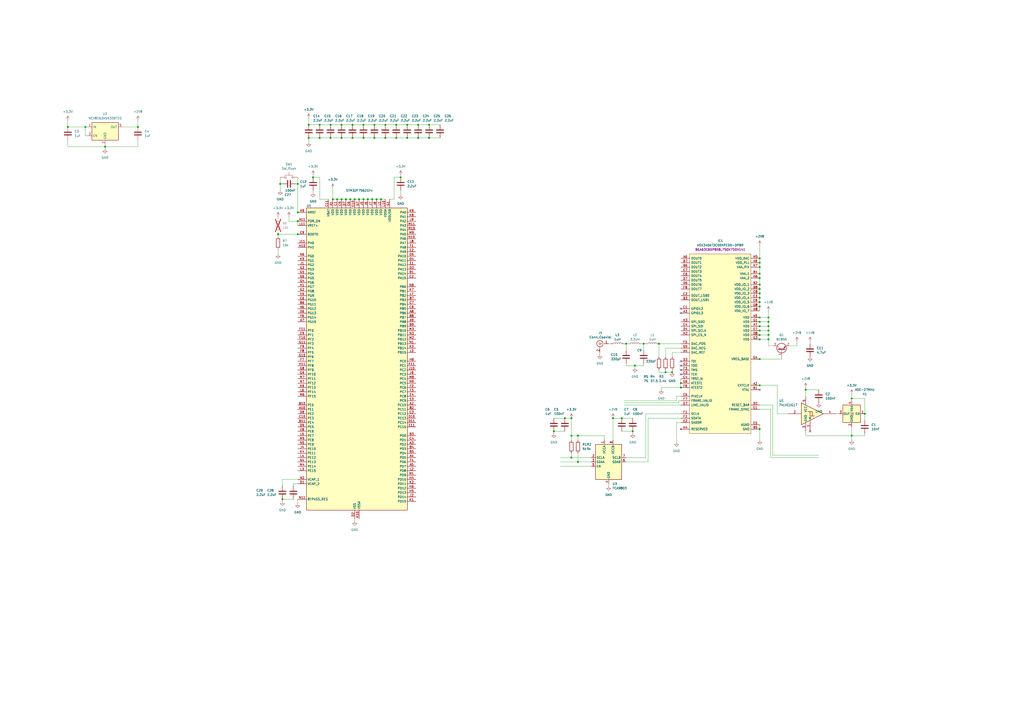
<source format=kicad_sch>
(kicad_sch (version 20230121) (generator eeschema)
  (paper "A2")
  (title_block (company "TRIFLE"))
  (lib_symbols
    (symbol "74xGxx:74LVC1G17"
      (property "Reference" "U" (at 2.54 7.62 0))
      (property "Value" "74LVC1G17" (at 5.08 -7.62 0))
      (symbol "74LVC1G17_1_1"
        (pin free line (at -2.54 -10.16 90) (length 6.35) (name "NC") (number "1"))
        (pin input line (at -15.24 0 0) (length 7.62) (name "~") (number "2"))
        (pin power_in line (at -5.08 -10.16 90) (length 5.08) (name "GND") (number "3"))
        (pin output line (at 12.7 0 180) (length 7.62) (name "~") (number "4"))
        (pin power_in line (at -5.08 10.16 270) (length 5.08) (name "VCC") (number "5"))
      )
    )
    (symbol "Connector:Conn_Coaxial" (pin_names (offset 1.016) hide)
      (property "Reference" "J" (at 0.254 3.048 0))
      (property "Value" "Conn_Coaxial" (at 2.921 0 90))
      (symbol "Conn_Coaxial_1_1"
        (pin passive line (at -5.08 0 0) (length 2.54) (name "In") (number "1"))
        (pin passive line (at 0 -5.08 90) (length 2.54) (name "Ext") (number "2"))
      )
    )
    (symbol "Device:C" (pin_numbers hide) (pin_names (offset 0.254))
      (property "Reference" "C" (at 0.635 2.54 0))
      (property "Value" "C" (at 0.635 -2.54 0))
      (symbol "C_1_1"
        (pin passive line (at 0 3.81 270) (length 2.794) (name "~") (number "1"))
        (pin passive line (at 0 -3.81 90) (length 2.794) (name "~") (number "2"))
      )
    )
    (symbol "Device:L" (pin_numbers hide) (pin_names (offset 1.016) hide)
      (property "Reference" "L" (at -1.27 0 90))
      (property "Value" "L" (at 1.905 0 90))
      (symbol "L_1_1"
        (pin passive line (at 0 3.81 270) (length 1.27) (name "1") (number "1"))
        (pin passive line (at 0 -3.81 90) (length 1.27) (name "2") (number "2"))
      )
    )
    (symbol "Device:R" (pin_numbers hide) (pin_names (offset 0))
      (property "Reference" "R" (at 2.032 0 90))
      (property "Value" "R" (at 0 0 90))
      (symbol "R_1_1"
        (pin passive line (at 0 3.81 270) (length 1.27) (name "~") (number "1"))
        (pin passive line (at 0 -3.81 90) (length 1.27) (name "~") (number "2"))
      )
    )
    (symbol "Interface:TCA9803"
      (property "Reference" "U" (at -7.62 11.43 0))
      (property "Value" "TCA9803" (at 5.08 11.43 0))
      (symbol "TCA9803_1_1"
        (pin power_in line (at -2.54 12.7 270) (length 2.54) (name "VCCA") (number "1"))
        (pin bidirectional line (at -10.16 2.54 0) (length 2.54) (name "SCLA") (number "2"))
        (pin bidirectional line (at -10.16 0 0) (length 2.54) (name "SDAA") (number "3"))
        (pin power_in line (at 0 -12.7 90) (length 2.54) (name "GND") (number "4"))
        (pin input line (at -10.16 -2.54 0) (length 2.54) (name "EN") (number "5"))
        (pin bidirectional line (at 10.16 0 180) (length 2.54) (name "SDAB") (number "6"))
        (pin bidirectional line (at 10.16 2.54 180) (length 2.54) (name "SCLB") (number "7"))
        (pin power_in line (at 2.54 12.7 270) (length 2.54) (name "VCCB") (number "8"))
      )
    )
    (symbol "MCU_ST_STM32F7:STM32F756ZGYx"
      (property "Reference" "U" (at -27.94 90.17 0))
      (property "Value" "STM32F756ZGYx" (at 22.86 90.17 0))
      (symbol "STM32F756ZGYx_1_1"
        (pin power_in line (at -12.7 93.98 270) (length 5.08) (name "VDD") (number "A1"))
        (pin bidirectional line (at -33.02 -27.94 0) (length 5.08) (name "PE1") (number "A10"))
        (pin input line (at -33.02 81.28 0) (length 5.08) (name "PDR_ON") (number "A11"))
        (pin bidirectional line (at 35.56 -25.4 180) (length 5.08) (name "PC10") (number "A2"))
        (pin bidirectional line (at 35.56 -48.26 180) (length 5.08) (name "PD2") (number "A3"))
        (pin bidirectional line (at 35.56 -55.88 180) (length 5.08) (name "PD5") (number "A4"))
        (pin bidirectional line (at 35.56 -60.96 180) (length 5.08) (name "PD7") (number "A5"))
        (pin bidirectional line (at -33.02 30.48 0) (length 5.08) (name "PG12") (number "A6"))
        (pin bidirectional line (at -33.02 22.86 0) (length 5.08) (name "PG15") (number "A7"))
        (pin bidirectional line (at 35.56 27.94 180) (length 5.08) (name "PB6") (number "A8"))
        (pin bidirectional line (at 35.56 22.86 180) (length 5.08) (name "PB8") (number "A9"))
        (pin bidirectional line (at 35.56 50.8 180) (length 5.08) (name "PA14") (number "B1"))
        (pin bidirectional line (at -33.02 -25.4 0) (length 5.08) (name "PE0") (number "B10"))
        (pin bidirectional line (at -33.02 -35.56 0) (length 5.08) (name "PE4") (number "B11"))
        (pin bidirectional line (at 35.56 -27.94 180) (length 5.08) (name "PC11") (number "B2"))
        (pin bidirectional line (at 35.56 -43.18 180) (length 5.08) (name "PD0") (number "B3"))
        (pin bidirectional line (at 35.56 -50.8 180) (length 5.08) (name "PD3") (number "B4"))
        (pin bidirectional line (at 35.56 -53.34 180) (length 5.08) (name "PD4") (number "B5"))
        (pin bidirectional line (at -33.02 33.02 0) (length 5.08) (name "PG11") (number "B6"))
        (pin bidirectional line (at 35.56 35.56 180) (length 5.08) (name "PB3") (number "B7"))
        (pin bidirectional line (at 35.56 25.4 180) (length 5.08) (name "PB7") (number "B8"))
        (pin bidirectional line (at 35.56 20.32 180) (length 5.08) (name "PB9") (number "B9"))
        (pin power_in line (at -10.16 93.98 270) (length 5.08) (name "VDD") (number "C1"))
        (pin bidirectional line (at -33.02 -33.02 0) (length 5.08) (name "PE3") (number "C10"))
        (pin power_in line (at -15.24 93.98 270) (length 5.08) (name "VBAT") (number "C11"))
        (pin bidirectional line (at 35.56 48.26 180) (length 5.08) (name "PA15") (number "C2"))
        (pin bidirectional line (at 35.56 -30.48 180) (length 5.08) (name "PC12") (number "C3"))
        (pin bidirectional line (at 35.56 -45.72 180) (length 5.08) (name "PD1") (number "C4"))
        (pin power_in line (at -7.62 93.98 270) (length 5.08) (name "VDD") (number "C5"))
        (pin bidirectional line (at -33.02 35.56 0) (length 5.08) (name "PG10") (number "C6"))
        (pin bidirectional line (at 35.56 33.02 180) (length 5.08) (name "PB4") (number "C7"))
        (pin bidirectional line (at 35.56 30.48 180) (length 5.08) (name "PB5") (number "C8"))
        (pin input line (at -33.02 73.66 0) (length 5.08) (name "BOOT0") (number "C9"))
        (pin power_out line (at -33.02 -71.12 0) (length 5.08) (name "VCAP_2") (number "D1"))
        (pin bidirectional line (at 35.56 -33.02 180) (length 5.08) (name "PC13") (number "D10"))
        (pin bidirectional line (at 35.56 -35.56 180) (length 5.08) (name "PC14") (number "D11"))
        (pin power_in line (at 0 -91.44 90) (length 5.08) (name "VSS") (number "D2"))
        (pin bidirectional line (at 35.56 53.34 180) (length 5.08) (name "PA13") (number "D3"))
        (pin bidirectional line (at 35.56 58.42 180) (length 5.08) (name "PA11") (number "D4"))
        (pin bidirectional line (at 35.56 60.96 180) (length 5.08) (name "PA10") (number "D5"))
        (pin bidirectional line (at -33.02 27.94 0) (length 5.08) (name "PG13") (number "D6"))
        (pin power_in line (at -5.08 93.98 270) (length 5.08) (name "VDD") (number "D7"))
        (pin bidirectional line (at -33.02 -30.48 0) (length 5.08) (name "PE2") (number "D8"))
        (pin bidirectional line (at -33.02 -38.1 0) (length 5.08) (name "PE5") (number "D9"))
        (pin bidirectional line (at 35.56 55.88 180) (length 5.08) (name "PA12") (number "E1"))
        (pin power_in line (at 0 93.98 270) (length 5.08) (name "VDD") (number "E10"))
        (pin bidirectional line (at 35.56 -38.1 180) (length 5.08) (name "PC15") (number "E11"))
        (pin bidirectional line (at 35.56 63.5 180) (length 5.08) (name "PA9") (number "E2"))
        (pin bidirectional line (at 35.56 -22.86 180) (length 5.08) (name "PC9") (number "E3"))
        (pin bidirectional line (at 35.56 -20.32 180) (length 5.08) (name "PC8") (number "E4"))
        (pin bidirectional line (at -33.02 38.1 0) (length 5.08) (name "PG9") (number "E5"))
        (pin power_in line (at -2.54 93.98 270) (length 5.08) (name "VDD") (number "E6"))
        (pin passive line (at 0 -91.44 90) (length 5.08) hide (name "VSS") (number "E7"))
        (pin bidirectional line (at -33.02 -40.64 0) (length 5.08) (name "PE6") (number "E8"))
        (pin bidirectional line (at -33.02 15.24 0) (length 5.08) (name "PF1") (number "E9"))
        (pin bidirectional line (at 35.56 66.04 180) (length 5.08) (name "PA8") (number "F1"))
        (pin bidirectional line (at -33.02 12.7 0) (length 5.08) (name "PF2") (number "F10"))
        (pin bidirectional line (at -33.02 17.78 0) (length 5.08) (name "PF0") (number "F11"))
        (pin bidirectional line (at 35.56 -15.24 180) (length 5.08) (name "PC6") (number "F2"))
        (pin bidirectional line (at 35.56 -17.78 180) (length 5.08) (name "PC7") (number "F3"))
        (pin bidirectional line (at 35.56 -58.42 180) (length 5.08) (name "PD6") (number "F4"))
        (pin passive line (at 0 -91.44 90) (length 5.08) hide (name "VSS") (number "F5"))
        (pin bidirectional line (at -33.02 25.4 0) (length 5.08) (name "PG14") (number "F6"))
        (pin bidirectional line (at -33.02 0 0) (length 5.08) (name "PF7") (number "F7"))
        (pin bidirectional line (at -33.02 5.08 0) (length 5.08) (name "PF5") (number "F8"))
        (pin bidirectional line (at -33.02 7.62 0) (length 5.08) (name "PF4") (number "F9"))
        (pin power_in line (at 20.32 93.98 270) (length 5.08) (name "VDDUSB") (number "G1"))
        (pin bidirectional line (at -33.02 2.54 0) (length 5.08) (name "PF6") (number "G10"))
        (pin bidirectional line (at -33.02 10.16 0) (length 5.08) (name "PF3") (number "G11"))
        (pin bidirectional line (at -33.02 40.64 0) (length 5.08) (name "PG8") (number "G2"))
        (pin bidirectional line (at -33.02 53.34 0) (length 5.08) (name "PG3") (number "G3"))
        (pin bidirectional line (at -33.02 45.72 0) (length 5.08) (name "PG6") (number "G4"))
        (pin bidirectional line (at -33.02 50.8 0) (length 5.08) (name "PG4") (number "G5"))
        (pin bidirectional line (at -33.02 48.26 0) (length 5.08) (name "PG5") (number "G6"))
        (pin power_in line (at 2.54 93.98 270) (length 5.08) (name "VDD") (number "G7"))
        (pin bidirectional line (at -33.02 -5.08 0) (length 5.08) (name "PF9") (number "G8"))
        (pin bidirectional line (at -33.02 -7.62 0) (length 5.08) (name "PF10") (number "G9"))
        (pin bidirectional line (at -33.02 43.18 0) (length 5.08) (name "PG7") (number "H1"))
        (pin bidirectional line (at -33.02 66.04 0) (length 5.08) (name "PH1") (number "H10"))
        (pin bidirectional line (at -33.02 -2.54 0) (length 5.08) (name "PF8") (number "H11"))
        (pin passive line (at 0 -91.44 90) (length 5.08) hide (name "VSS") (number "H2"))
        (pin passive line (at 0 -91.44 90) (length 5.08) hide (name "VSS") (number "H3"))
        (pin bidirectional line (at 35.56 -68.58 180) (length 5.08) (name "PD10") (number "H4"))
        (pin bidirectional line (at 35.56 -76.2 180) (length 5.08) (name "PD13") (number "H5"))
        (pin bidirectional line (at 35.56 -73.66 180) (length 5.08) (name "PD12") (number "H6"))
        (pin passive line (at 0 -91.44 90) (length 5.08) hide (name "VSS") (number "H7"))
        (pin bidirectional line (at 35.56 0 180) (length 5.08) (name "PC0") (number "H8"))
        (pin input line (at -33.02 86.36 0) (length 5.08) (name "NRST") (number "H9"))
        (pin bidirectional line (at -33.02 55.88 0) (length 5.08) (name "PG2") (number "J1"))
        (pin bidirectional line (at 35.56 -5.08 180) (length 5.08) (name "PC2") (number "J10"))
        (pin bidirectional line (at -33.02 68.58 0) (length 5.08) (name "PH0") (number "J11"))
        (pin bidirectional line (at 35.56 -78.74 180) (length 5.08) (name "PD14") (number "J2"))
        (pin bidirectional line (at 35.56 5.08 180) (length 5.08) (name "PB15") (number "J3"))
        (pin bidirectional line (at -33.02 -50.8 0) (length 5.08) (name "PE10") (number "J4"))
        (pin power_in line (at 5.08 93.98 270) (length 5.08) (name "VDD") (number "J5"))
        (pin power_in line (at 7.62 93.98 270) (length 5.08) (name "VDD") (number "J6"))
        (pin power_in line (at 10.16 93.98 270) (length 5.08) (name "VDD") (number "J7"))
        (pin power_in line (at 12.7 93.98 270) (length 5.08) (name "VDD") (number "J8"))
        (pin bidirectional line (at 35.56 -7.62 180) (length 5.08) (name "PC3") (number "J9"))
        (pin bidirectional line (at 35.56 -81.28 180) (length 5.08) (name "PD15") (number "K1"))
        (pin power_in line (at 2.54 -91.44 90) (length 5.08) (name "VSSA") (number "K10"))
        (pin bidirectional line (at 35.56 -2.54 180) (length 5.08) (name "PC1") (number "K11"))
        (pin bidirectional line (at 35.56 -71.12 180) (length 5.08) (name "PD11") (number "K2"))
        (pin bidirectional line (at 35.56 7.62 180) (length 5.08) (name "PB14") (number "K3"))
        (pin bidirectional line (at -33.02 -53.34 0) (length 5.08) (name "PE11") (number "K4"))
        (pin bidirectional line (at -33.02 58.42 0) (length 5.08) (name "PG1") (number "K5"))
        (pin bidirectional line (at -33.02 -15.24 0) (length 5.08) (name "PF13") (number "K6"))
        (pin bidirectional line (at 35.56 40.64 180) (length 5.08) (name "PB1") (number "K7"))
        (pin bidirectional line (at 35.56 83.82 180) (length 5.08) (name "PA1") (number "K8"))
        (pin bidirectional line (at 35.56 86.36 180) (length 5.08) (name "PA0") (number "K9"))
        (pin power_in line (at 15.24 93.98 270) (length 5.08) (name "VDD") (number "L1"))
        (pin power_in line (at 17.78 93.98 270) (length 5.08) (name "VDDA") (number "L10"))
        (pin input line (at -33.02 78.74 0) (length 5.08) (name "VREF+") (number "L11"))
        (pin bidirectional line (at 35.56 -63.5 180) (length 5.08) (name "PD8") (number "L2"))
        (pin bidirectional line (at -33.02 -63.5 0) (length 5.08) (name "PE15") (number "L3"))
        (pin bidirectional line (at -33.02 -55.88 0) (length 5.08) (name "PE12") (number "L4"))
        (pin bidirectional line (at -33.02 -43.18 0) (length 5.08) (name "PE7") (number "L5"))
        (pin bidirectional line (at -33.02 -17.78 0) (length 5.08) (name "PF14") (number "L6"))
        (pin bidirectional line (at 35.56 38.1 180) (length 5.08) (name "PB2") (number "L7"))
        (pin bidirectional line (at 35.56 68.58 180) (length 5.08) (name "PA7") (number "L8"))
        (pin bidirectional line (at 35.56 81.28 180) (length 5.08) (name "PA2") (number "L9"))
        (pin bidirectional line (at 35.56 -66.04 180) (length 5.08) (name "PD9") (number "M1"))
        (pin bidirectional line (at 35.56 76.2 180) (length 5.08) (name "PA4") (number "M10"))
        (pin bidirectional line (at 35.56 78.74 180) (length 5.08) (name "PA3") (number "M11"))
        (pin bidirectional line (at 35.56 12.7 180) (length 5.08) (name "PB12") (number "M2"))
        (pin bidirectional line (at 35.56 17.78 180) (length 5.08) (name "PB10") (number "M3"))
        (pin bidirectional line (at -33.02 -60.96 0) (length 5.08) (name "PE14") (number "M4"))
        (pin bidirectional line (at -33.02 -45.72 0) (length 5.08) (name "PE8") (number "M5"))
        (pin bidirectional line (at -33.02 -20.32 0) (length 5.08) (name "PF15") (number "M6"))
        (pin bidirectional line (at -33.02 -10.16 0) (length 5.08) (name "PF11") (number "M7"))
        (pin bidirectional line (at 35.56 -10.16 180) (length 5.08) (name "PC4") (number "M8"))
        (pin bidirectional line (at 35.56 73.66 180) (length 5.08) (name "PA5") (number "M9"))
        (pin bidirectional line (at 35.56 10.16 180) (length 5.08) (name "PB13") (number "N1"))
        (pin bidirectional line (at 35.56 71.12 180) (length 5.08) (name "PA6") (number "N10"))
        (pin input line (at -33.02 -80.01 0) (length 5.08) (name "BYPASS_REG") (number "N11"))
        (pin power_out line (at -33.02 -68.58 0) (length 5.08) (name "VCAP_1") (number "N2"))
        (pin bidirectional line (at 35.56 15.24 180) (length 5.08) (name "PB11") (number "N3"))
        (pin bidirectional line (at -33.02 -58.42 0) (length 5.08) (name "PE13") (number "N4"))
        (pin bidirectional line (at -33.02 -48.26 0) (length 5.08) (name "PE9") (number "N5"))
        (pin bidirectional line (at -33.02 60.96 0) (length 5.08) (name "PG0") (number "N6"))
        (pin bidirectional line (at -33.02 -12.7 0) (length 5.08) (name "PF12") (number "N7"))
        (pin bidirectional line (at 35.56 43.18 180) (length 5.08) (name "PB0") (number "N8"))
        (pin bidirectional line (at 35.56 -12.7 180) (length 5.08) (name "PC5") (number "N9"))
      )
    )
    (symbol "Oscillator:ASE-xxxMHz" (pin_names (offset 0.254))
      (property "Reference" "X" (at -5.08 6.35 0))
      (property "Value" "ASE-xxxMHz" (at 1.27 -6.35 0))
      (symbol "ASE-xxxMHz_1_1"
        (pin input line (at -7.62 0 0) (length 2.54) (name "EN") (number "1"))
        (pin power_in line (at 0 -7.62 90) (length 2.54) (name "GND") (number "2"))
        (pin output line (at 7.62 0 180) (length 2.54) (name "OUT") (number "3"))
        (pin power_in line (at 0 7.62 270) (length 2.54) (name "Vdd") (number "4"))
      )
    )
    (symbol "Regulator_Linear:NCV8163ASN330T1G"
      (property "Reference" "U" (at 0 8.89 0))
      (property "Value" "NCV8163ASN330T1G" (at 0 6.35 0))
      (symbol "NCV8163ASN330T1G_1_1"
        (pin power_in line (at -10.16 2.54 0) (length 2.54) (name "IN") (number "1"))
        (pin power_in line (at 0 -7.62 90) (length 2.54) (name "GND") (number "2"))
        (pin input line (at -10.16 -2.54 0) (length 2.54) (name "EN") (number "3"))
        (pin no_connect line (at 7.62 -2.54 180) (length 2.54) hide (name "NC") (number "4"))
        (pin power_out line (at 10.16 2.54 180) (length 2.54) (name "OUT") (number "5"))
      )
    )
    (symbol "Sensor_Image:ASX340AT3C00XPED0-DPBR" (pin_names (offset 0.762))
      (property "Reference" "IC" (at 5.08 40.64 0))
      (property "Value" "ASX340AT3C00XPED0-DPBR" (at 5.08 38.1 0))
      (property "Footprint" "BGA63C65P8X8_750X750X141" (at 5.08 35.56 0))
      (symbol "ASX340AT3C00XPED0-DPBR_0_0"
        (pin passive line (at 45.72 -73.66 180) (length 5.08) (name "EXTCLK") (number "A2"))
        (pin passive line (at 0 -31.75 0) (length 5.08) (name "GPIO13") (number "A3"))
        (pin passive line (at 0 -54.61 0) (length 5.08) (name "DAC_REF") (number "A4"))
        (pin passive line (at 0 0 0) (length 5.08) (name "DOUT0") (number "A6"))
        (pin passive line (at 45.72 -2.54 180) (length 5.08) (name "VDD_PLL") (number "A8"))
        (pin passive line (at 45.72 -76.2 180) (length 5.08) (name "XTAL") (number "B1"))
        (pin passive line (at 0 -24.13 0) (length 5.08) (name "DOUT_LSB1") (number "B3"))
        (pin passive line (at 45.72 -8.89 180) (length 5.08) (name "VAA_1") (number "B4"))
        (pin passive line (at 0 -5.08 0) (length 5.08) (name "DOUT2") (number "B6"))
        (pin passive line (at 0 -2.54 0) (length 5.08) (name "DOUT1") (number "B7"))
        (pin passive line (at 0 -29.21 0) (length 5.08) (name "GPIO12") (number "C1"))
        (pin passive line (at 0 -21.59 0) (length 5.08) (name "DOUT_LSB0") (number "C2"))
        (pin passive line (at 0 -67.31 0) (length 5.08) (name "TCK") (number "C3"))
        (pin passive line (at 0 -69.85 0) (length 5.08) (name "TRST_N") (number "C4"))
        (pin passive line (at 0 -10.16 0) (length 5.08) (name "DOUT4") (number "C6"))
        (pin passive line (at 0 -7.62 0) (length 5.08) (name "DOUT3") (number "C7"))
        (pin passive line (at 45.72 -85.09 180) (length 5.08) (name "RESET_BAR") (number "D2"))
        (pin passive line (at 0 -59.69 0) (length 5.08) (name "TDI") (number "D3"))
        (pin passive line (at 0 -41.91 0) (length 5.08) (name "SPI_SCLK") (number "D4"))
        (pin passive line (at 0 -15.24 0) (length 5.08) (name "DOUT6") (number "D6"))
        (pin passive line (at 0 -12.7 0) (length 5.08) (name "DOUT5") (number "D7"))
        (pin passive line (at 45.72 -87.63 180) (length 5.08) (name "FRAME_SYNC") (number "E1"))
        (pin passive line (at 0 -95.25 0) (length 5.08) (name "SADDR") (number "E2"))
        (pin passive line (at 0 -39.37 0) (length 5.08) (name "SPI_SDI") (number "E4"))
        (pin passive line (at 0 -80.01 0) (length 5.08) (name "PIXCLK") (number "E6"))
        (pin passive line (at 0 -90.17 0) (length 5.08) (name "SCLK") (number "F1"))
        (pin passive line (at 0 -92.71 0) (length 5.08) (name "SDATA") (number "F2"))
        (pin passive line (at 0 -64.77 0) (length 5.08) (name "TMS") (number "F3"))
        (pin passive line (at 0 -49.53 0) (length 5.08) (name "DAC_POS") (number "F5"))
        (pin passive line (at 0 -74.93 0) (length 5.08) (name "ATEST2") (number "F6"))
        (pin passive line (at 0 -82.55 0) (length 5.08) (name "FRAME_VALID") (number "F7"))
        (pin passive line (at 0 -17.78 0) (length 5.08) (name "DOUT7") (number "F8"))
        (pin passive line (at 0 -62.23 0) (length 5.08) (name "TDO") (number "G2"))
        (pin passive line (at 45.72 -58.42 180) (length 5.08) (name "VREG_BASE") (number "G4"))
        (pin passive line (at 0 -52.07 0) (length 5.08) (name "DAC_NEG") (number "G5"))
        (pin passive line (at 0 -72.39 0) (length 5.08) (name "ATEST1") (number "G6"))
        (pin passive line (at 0 -85.09 0) (length 5.08) (name "LINE_VALID") (number "G7"))
        (pin passive line (at 0 -44.45 0) (length 5.08) (name "SPI_CS_N") (number "H2"))
        (pin passive line (at 0 -36.83 0) (length 5.08) (name "SPI_SDO") (number "H3"))
        (pin passive line (at 45.72 0 180) (length 5.08) (name "VDD_DAC") (number "H5"))
        (pin passive line (at 45.72 -11.43 180) (length 5.08) (name "VAA_2") (number "H6"))
        (pin passive line (at 45.72 -5.08 180) (length 5.08) (name "VAA_PIX") (number "H7"))
      )
      (symbol "ASX340AT3C00XPED0-DPBR_1_0"
        (pin power_in line (at 45.72 -34.29 180) (length 5.08) (name "VDD") (number "A5"))
        (pin power_in line (at 45.72 -39.37 180) (length 5.08) (name "VDD") (number "A7"))
        (pin power_in line (at 45.72 -15.24 180) (length 5.08) (name "VDD_IO_1") (number "B2"))
        (pin power_in line (at 45.72 -99.06 180) (length 5.08) (name "GND") (number "B5"))
        (pin power_in line (at 45.72 -17.78 180) (length 5.08) (name "VDD_IO_2") (number "B8"))
        (pin passive line (at 45.72 -99.06 180) (length 5.08) hide (name "GND") (number "C5"))
        (pin power_in line (at 45.72 -20.32 180) (length 5.08) (name "VDD_IO_3") (number "C8"))
        (pin passive line (at 45.72 -99.06 180) (length 5.08) hide (name "GND") (number "D1"))
        (pin passive line (at 45.72 -99.06 180) (length 5.08) hide (name "GND") (number "D5"))
        (pin power_in line (at 45.72 -44.45 180) (length 5.08) (name "VDD") (number "D8"))
        (pin power_in line (at 45.72 -22.86 180) (length 5.08) (name "VDD_IO_4") (number "E3"))
        (pin power_in line (at 45.72 -96.52 180) (length 5.08) (name "AGND") (number "E5"))
        (pin power_in line (at 45.72 -41.91 180) (length 5.08) (name "VDD") (number "E7"))
        (pin power_in line (at 45.72 -25.4 180) (length 5.08) (name "VDD_IO_5") (number "E8"))
        (pin passive line (at 45.72 -96.52 180) (length 5.08) hide (name "AGND") (number "F4"))
        (pin power_in line (at 45.72 -36.83 180) (length 5.08) (name "VDD") (number "G1"))
        (pin power_in line (at 45.72 -46.99 180) (length 5.08) (name "VDD") (number "G3"))
        (pin power_in line (at 45.72 -27.94 180) (length 5.08) (name "VDD_IO_6") (number "G8"))
        (pin passive line (at 45.72 -99.06 180) (length 5.08) hide (name "GND") (number "H1"))
        (pin no_connect line (at 0 -99.06 0) (length 5.08) (name "RESERVED") (number "H4"))
        (pin power_in line (at 45.72 -30.48 180) (length 5.08) (name "VDD_IO_7") (number "H8"))
      )
    )
    (symbol "Switch:SW_Push" (pin_numbers hide) (pin_names (offset 1.016) hide)
      (property "Reference" "SW" (at 1.27 2.54 0))
      (property "Value" "SW_Push" (at 0 -1.524 0))
      (symbol "SW_Push_0_1"
        (pin passive line (at -5.08 0 0) (length 2.54) (name "1") (number "1"))
        (pin passive line (at 5.08 0 180) (length 2.54) (name "2") (number "2"))
      )
    )
    (symbol "Transistor_BJT:BC856" (pin_names (offset 0) hide)
      (property "Reference" "Q" (at 5.08 1.905 0))
      (property "Value" "BC856" (at 5.08 0 0))
      (symbol "BC856_1_1"
        (pin input line (at -5.08 0 0) (length 5.715) (name "B") (number "1"))
        (pin passive line (at 2.54 -5.08 90) (length 2.54) (name "E") (number "2"))
        (pin passive line (at 2.54 5.08 270) (length 2.54) (name "C") (number "3"))
      )
    )
    (symbol "power:+1V8" (power) (pin_names (offset 0))
      (property "Value" "+1V8" (at 0 3.556 0))
      (symbol "+1V8_1_1"
        (pin power_in line (at 0 0 90) (length 0) hide (name "+1V8") (number "1"))
      )
    )
    (symbol "power:+2V8" (power) (pin_names (offset 0))
      (property "Value" "+2V8" (at 0 3.556 0))
      (symbol "+2V8_1_1"
        (pin power_in line (at 0 0 90) (length 0) hide (name "+2V8") (number "1"))
      )
    )
    (symbol "power:+3.3V" (power) (pin_names (offset 0))
      (property "Value" "+3.3V" (at 0 3.556 0))
      (symbol "+3.3V_1_1"
        (pin power_in line (at 0 0 90) (length 0) hide (name "+3.3V") (number "1"))
      )
    )
    (symbol "power:GND" (power) (pin_names (offset 0))
      (property "Value" "GND" (at 0 -3.81 0))
      (symbol "GND_1_1"
        (pin power_in line (at 0 0 270) (length 0) hide (name "GND") (number "1"))
      )
    )
  )
  (junction (at 389.89 215.9))
  (junction (at 394.97 224.79))
  (junction (at 440.69 172.72))
  (junction (at 335.28 267.97))
  (junction (at 440.69 184.15))
  (junction (at 440.69 152.4))
  (junction (at 494.03 231.14))
  (junction (at 172.72 106.68))
  (junction (at 248.92 80.01))
  (junction (at 200.66 115.57))
  (junction (at 185.42 80.01))
  (junction (at 331.47 252.73))
  (junction (at 242.57 80.01))
  (junction (at 440.69 194.31))
  (junction (at 60.96 85.09))
  (junction (at 213.36 115.57))
  (junction (at 223.52 80.01))
  (junction (at 185.42 72.39))
  (junction (at 368.3 212.09))
  (junction (at 39.37 73.66))
  (junction (at 220.98 115.57))
  (junction (at 163.83 289.56))
  (junction (at 440.69 175.26))
  (junction (at 210.82 80.01))
  (junction (at 232.41 102.87))
  (junction (at 335.28 252.73))
  (junction (at 162.56 106.68))
  (junction (at 367.03 250.19))
  (junction (at 223.52 72.39))
  (junction (at 355.6 242.57))
  (junction (at 172.72 123.19))
  (junction (at 440.69 170.18))
  (junction (at 440.69 208.28))
  (junction (at 386.08 215.9))
  (junction (at 440.69 186.69))
  (junction (at 440.69 158.75))
  (junction (at 440.69 189.23))
  (junction (at 198.12 80.01))
  (junction (at 445.77 191.77))
  (junction (at 204.47 72.39))
  (junction (at 179.07 80.01))
  (junction (at 248.92 72.39))
  (junction (at 394.97 222.25))
  (junction (at 440.69 165.1))
  (junction (at 501.65 240.03))
  (junction (at 198.12 115.57))
  (junction (at 198.12 72.39))
  (junction (at 440.69 161.29))
  (junction (at 382.27 199.39))
  (junction (at 440.69 248.92))
  (junction (at 331.47 242.57))
  (junction (at 467.36 226.06))
  (junction (at 205.74 115.57))
  (junction (at 236.22 72.39))
  (junction (at 327.66 242.57))
  (junction (at 440.69 167.64))
  (junction (at 218.44 115.57))
  (junction (at 181.61 102.87))
  (junction (at 321.31 250.19))
  (junction (at 210.82 72.39))
  (junction (at 210.82 115.57))
  (junction (at 191.77 80.01))
  (junction (at 445.77 196.85))
  (junction (at 195.58 115.57))
  (junction (at 445.77 189.23))
  (junction (at 172.72 128.27))
  (junction (at 236.22 80.01))
  (junction (at 217.17 72.39))
  (junction (at 204.47 80.01))
  (junction (at 161.29 135.89))
  (junction (at 331.47 265.43))
  (junction (at 440.69 154.94))
  (junction (at 242.57 72.39))
  (junction (at 217.17 80.01))
  (junction (at 440.69 177.8))
  (junction (at 49.53 73.66))
  (junction (at 445.77 194.31))
  (junction (at 203.2 115.57))
  (junction (at 229.87 80.01))
  (junction (at 191.77 72.39))
  (junction (at 445.77 186.69))
  (junction (at 229.87 72.39))
  (junction (at 440.69 223.52))
  (junction (at 373.38 199.39))
  (junction (at 179.07 72.39))
  (junction (at 208.28 115.57))
  (junction (at 215.9 115.57))
  (junction (at 440.69 191.77))
  (junction (at 440.69 196.85))
  (junction (at 360.68 242.57))
  (junction (at 494.03 252.73))
  (junction (at 440.69 149.86))
  (junction (at 445.77 184.15))
  (junction (at 172.72 135.89))
  (junction (at 80.01 73.66))
  (junction (at 193.04 115.57))
  (junction (at 363.22 199.39))
  (no_connect (at 394.97 181.61))
  (no_connect (at 440.69 226.06))
  (no_connect (at 394.97 217.17))
  (no_connect (at 394.97 212.09))
  (no_connect (at 394.97 209.55))
  (no_connect (at 469.9 250.19))
  (no_connect (at 394.97 214.63))
  (no_connect (at 394.97 179.07))
  (wire (pts (xy 445.77 194.31) (xy 445.77 196.85)))
  (wire (pts (xy 440.69 191.77) (xy 445.77 191.77)))
  (wire (pts (xy 198.12 115.57) (xy 200.66 115.57)))
  (wire (pts (xy 228.6 102.87) (xy 232.41 102.87)))
  (wire (pts (xy 447.04 265.43) (xy 474.98 265.43)))
  (wire (pts (xy 445.77 189.23) (xy 445.77 191.77)))
  (wire (pts (xy 203.2 115.57) (xy 205.74 115.57)))
  (wire (pts (xy 440.69 165.1) (xy 440.69 167.64)))
  (wire (pts (xy 450.85 240.03) (xy 457.2 240.03)))
  (wire (pts (xy 494.03 247.65) (xy 494.03 252.73)))
  (wire (pts (xy 383.54 226.06) (xy 383.54 224.79)))
  (wire (pts (xy 372.11 199.39) (xy 373.38 199.39)))
  (wire (pts (xy 242.57 80.01) (xy 248.92 80.01)))
  (wire (pts (xy 335.28 262.89) (xy 335.28 267.97)))
  (wire (pts (xy 325.12 270.51) (xy 342.9 270.51)))
  (wire (pts (xy 331.47 242.57) (xy 331.47 252.73)))
  (wire (pts (xy 386.08 201.93) (xy 394.97 201.93)))
  (wire (pts (xy 494.03 228.6) (xy 494.03 231.14)))
  (wire (pts (xy 163.83 289.56) (xy 170.18 289.56)))
  (wire (pts (xy 368.3 212.09) (xy 373.38 212.09)))
  (wire (pts (xy 438.15 196.85) (xy 440.69 196.85)))
  (wire (pts (xy 467.36 226.06) (xy 474.98 226.06)))
  (wire (pts (xy 39.37 73.66) (xy 49.53 73.66)))
  (wire (pts (xy 440.69 184.15) (xy 445.77 184.15)))
  (wire (pts (xy 440.69 186.69) (xy 445.77 186.69)))
  (wire (pts (xy 494.03 231.14) (xy 501.65 231.14)))
  (wire (pts (xy 236.22 80.01) (xy 242.57 80.01)))
  (wire (pts (xy 179.07 80.01) (xy 179.07 82.55)))
  (wire (pts (xy 355.6 242.57) (xy 360.68 242.57)))
  (wire (pts (xy 172.72 278.13) (xy 163.83 278.13)))
  (wire (pts (xy 361.95 199.39) (xy 363.22 199.39)))
  (wire (pts (xy 375.92 242.57) (xy 394.97 242.57)))
  (wire (pts (xy 223.52 72.39) (xy 229.87 72.39)))
  (wire (pts (xy 232.41 110.49) (xy 232.41 113.03)))
  (wire (pts (xy 228.6 115.57) (xy 228.6 102.87)))
  (wire (pts (xy 49.53 73.66) (xy 49.53 78.74)))
  (wire (pts (xy 440.69 246.38) (xy 440.69 248.92)))
  (wire (pts (xy 386.08 215.9) (xy 389.89 215.9)))
  (wire (pts (xy 382.27 199.39) (xy 394.97 199.39)))
  (wire (pts (xy 382.27 207.01) (xy 382.27 199.39)))
  (wire (pts (xy 445.77 191.77) (xy 445.77 194.31)))
  (wire (pts (xy 440.69 177.8) (xy 440.69 180.34)))
  (wire (pts (xy 172.72 123.19) (xy 172.72 106.68)))
  (wire (pts (xy 445.77 180.34) (xy 445.77 184.15)))
  (wire (pts (xy 382.27 215.9) (xy 386.08 215.9)))
  (wire (pts (xy 325.12 267.97) (xy 335.28 267.97)))
  (wire (pts (xy 161.29 125.73) (xy 161.29 127)))
  (wire (pts (xy 373.38 210.82) (xy 373.38 212.09)))
  (wire (pts (xy 435.61 223.52) (xy 440.69 223.52)))
  (wire (pts (xy 367.03 250.19) (xy 367.03 251.46)))
  (wire (pts (xy 60.96 85.09) (xy 60.96 86.36)))
  (wire (pts (xy 438.15 189.23) (xy 440.69 189.23)))
  (wire (pts (xy 440.69 167.64) (xy 440.69 170.18)))
  (wire (pts (xy 327.66 242.57) (xy 331.47 242.57)))
  (wire (pts (xy 355.6 242.57) (xy 355.6 255.27)))
  (wire (pts (xy 185.42 115.57) (xy 185.42 102.87)))
  (wire (pts (xy 179.07 80.01) (xy 185.42 80.01)))
  (wire (pts (xy 501.65 231.14) (xy 501.65 240.03)))
  (wire (pts (xy 393.7 232.41) (xy 393.7 233.68)))
  (wire (pts (xy 232.41 101.6) (xy 232.41 102.87)))
  (wire (pts (xy 185.42 80.01) (xy 191.77 80.01)))
  (wire (pts (xy 162.56 102.87) (xy 162.56 106.68)))
  (wire (pts (xy 248.92 80.01) (xy 255.27 80.01)))
  (wire (pts (xy 436.88 208.28) (xy 440.69 208.28)))
  (wire (pts (xy 440.69 142.24) (xy 440.69 149.86)))
  (wire (pts (xy 353.06 199.39) (xy 354.33 199.39)))
  (wire (pts (xy 173.99 135.89) (xy 172.72 135.89)))
  (wire (pts (xy 204.47 72.39) (xy 210.82 72.39)))
  (wire (pts (xy 373.38 199.39) (xy 374.65 199.39)))
  (wire (pts (xy 360.68 242.57) (xy 367.03 242.57)))
  (wire (pts (xy 172.72 102.87) (xy 172.72 106.68)))
  (wire (pts (xy 321.31 242.57) (xy 327.66 242.57)))
  (wire (pts (xy 242.57 72.39) (xy 248.92 72.39)))
  (wire (pts (xy 161.29 135.89) (xy 161.29 137.16)))
  (wire (pts (xy 217.17 72.39) (xy 223.52 72.39)))
  (wire (pts (xy 445.77 184.15) (xy 445.77 186.69)))
  (wire (pts (xy 161.29 135.89) (xy 172.72 135.89)))
  (wire (pts (xy 394.97 204.47) (xy 389.89 204.47)))
  (wire (pts (xy 226.06 115.57) (xy 228.6 115.57)))
  (wire (pts (xy 50.8 78.74) (xy 49.53 78.74)))
  (wire (pts (xy 494.03 231.14) (xy 494.03 232.41)))
  (wire (pts (xy 80.01 69.85) (xy 80.01 73.66)))
  (wire (pts (xy 368.3 213.36) (xy 368.3 212.09)))
  (wire (pts (xy 438.15 194.31) (xy 440.69 194.31)))
  (wire (pts (xy 170.18 281.94) (xy 170.18 280.67)))
  (wire (pts (xy 440.69 248.92) (xy 440.69 255.27)))
  (wire (pts (xy 494.03 252.73) (xy 494.03 255.27)))
  (wire (pts (xy 198.12 80.01) (xy 204.47 80.01)))
  (wire (pts (xy 363.22 199.39) (xy 364.49 199.39)))
  (wire (pts (xy 501.65 240.03) (xy 501.65 243.84)))
  (wire (pts (xy 448.31 200.66) (xy 445.77 200.66)))
  (wire (pts (xy 335.28 267.97) (xy 342.9 267.97)))
  (wire (pts (xy 440.69 158.75) (xy 440.69 161.29)))
  (wire (pts (xy 438.15 184.15) (xy 440.69 184.15)))
  (wire (pts (xy 181.61 101.6) (xy 181.61 102.87)))
  (wire (pts (xy 440.69 149.86) (xy 440.69 152.4)))
  (wire (pts (xy 236.22 72.39) (xy 242.57 72.39)))
  (wire (pts (xy 386.08 207.01) (xy 386.08 201.93)))
  (wire (pts (xy 494.03 252.73) (xy 501.65 252.73)))
  (wire (pts (xy 469.9 198.12) (xy 469.9 199.39)))
  (wire (pts (xy 394.97 219.71) (xy 394.97 222.25)))
  (wire (pts (xy 325.12 265.43) (xy 331.47 265.43)))
  (wire (pts (xy 179.07 68.58) (xy 179.07 72.39)))
  (wire (pts (xy 374.65 240.03) (xy 394.97 240.03)))
  (wire (pts (xy 170.18 280.67) (xy 172.72 280.67)))
  (wire (pts (xy 220.98 115.57) (xy 223.52 115.57)))
  (wire (pts (xy 392.43 256.54) (xy 392.43 245.11)))
  (wire (pts (xy 172.72 123.19) (xy 173.99 123.19)))
  (wire (pts (xy 210.82 72.39) (xy 217.17 72.39)))
  (wire (pts (xy 375.92 267.97) (xy 375.92 242.57)))
  (wire (pts (xy 440.69 223.52) (xy 450.85 223.52)))
  (wire (pts (xy 447.04 237.49) (xy 447.04 265.43)))
  (wire (pts (xy 331.47 265.43) (xy 342.9 265.43)))
  (wire (pts (xy 448.31 234.95) (xy 448.31 264.16)))
  (wire (pts (xy 335.28 252.73) (xy 331.47 252.73)))
  (wire (pts (xy 217.17 80.01) (xy 223.52 80.01)))
  (wire (pts (xy 210.82 115.57) (xy 213.36 115.57)))
  (wire (pts (xy 161.29 134.62) (xy 161.29 135.89)))
  (wire (pts (xy 185.42 102.87) (xy 181.61 102.87)))
  (wire (pts (xy 218.44 115.57) (xy 220.98 115.57)))
  (wire (pts (xy 185.42 72.39) (xy 191.77 72.39)))
  (wire (pts (xy 193.04 115.57) (xy 195.58 115.57)))
  (wire (pts (xy 440.69 170.18) (xy 440.69 172.72)))
  (wire (pts (xy 485.14 240.03) (xy 486.41 240.03)))
  (wire (pts (xy 438.15 191.77) (xy 440.69 191.77)))
  (wire (pts (xy 450.85 223.52) (xy 450.85 240.03)))
  (wire (pts (xy 467.36 224.79) (xy 467.36 226.06)))
  (wire (pts (xy 49.53 73.66) (xy 50.8 73.66)))
  (wire (pts (xy 440.69 175.26) (xy 440.69 177.8)))
  (wire (pts (xy 448.31 264.16) (xy 474.98 264.16)))
  (wire (pts (xy 190.5 115.57) (xy 185.42 115.57)))
  (wire (pts (xy 394.97 229.87) (xy 392.43 229.87)))
  (wire (pts (xy 321.31 250.19) (xy 327.66 250.19)))
  (wire (pts (xy 191.77 80.01) (xy 198.12 80.01)))
  (wire (pts (xy 467.36 226.06) (xy 467.36 229.87)))
  (wire (pts (xy 445.77 186.69) (xy 445.77 189.23)))
  (wire (pts (xy 392.43 229.87) (xy 392.43 232.41)))
  (wire (pts (xy 163.83 289.56) (xy 163.83 290.83)))
  (wire (pts (xy 167.64 125.73) (xy 167.64 128.27)))
  (wire (pts (xy 39.37 81.28) (xy 39.37 85.09)))
  (wire (pts (xy 360.68 250.19) (xy 367.03 250.19)))
  (wire (pts (xy 350.52 252.73) (xy 350.52 255.27)))
  (wire (pts (xy 462.28 198.12) (xy 462.28 200.66)))
  (wire (pts (xy 363.22 267.97) (xy 375.92 267.97)))
  (wire (pts (xy 171.45 106.68) (xy 172.72 106.68)))
  (wire (pts (xy 167.64 128.27) (xy 172.72 128.27)))
  (wire (pts (xy 440.69 237.49) (xy 447.04 237.49)))
  (wire (pts (xy 386.08 214.63) (xy 386.08 215.9)))
  (wire (pts (xy 161.29 144.78) (xy 161.29 147.32)))
  (wire (pts (xy 394.97 232.41) (xy 393.7 232.41)))
  (wire (pts (xy 440.69 152.4) (xy 440.69 154.94)))
  (wire (pts (xy 213.36 115.57) (xy 215.9 115.57)))
  (wire (pts (xy 438.15 186.69) (xy 440.69 186.69)))
  (wire (pts (xy 229.87 80.01) (xy 236.22 80.01)))
  (wire (pts (xy 162.56 106.68) (xy 162.56 110.49)))
  (wire (pts (xy 440.69 189.23) (xy 445.77 189.23)))
  (wire (pts (xy 195.58 115.57) (xy 198.12 115.57)))
  (wire (pts (xy 440.69 196.85) (xy 445.77 196.85)))
  (wire (pts (xy 215.9 115.57) (xy 218.44 115.57)))
  (wire (pts (xy 172.72 128.27) (xy 172.72 130.81)))
  (wire (pts (xy 383.54 224.79) (xy 394.97 224.79)))
  (wire (pts (xy 347.98 204.47) (xy 347.98 205.74)))
  (wire (pts (xy 172.72 289.56) (xy 172.72 292.1)))
  (wire (pts (xy 321.31 251.46) (xy 321.31 250.19)))
  (wire (pts (xy 162.56 106.68) (xy 163.83 106.68)))
  (wire (pts (xy 392.43 245.11) (xy 394.97 245.11)))
  (wire (pts (xy 363.22 212.09) (xy 368.3 212.09)))
  (wire (pts (xy 389.89 214.63) (xy 389.89 215.9)))
  (wire (pts (xy 200.66 115.57) (xy 203.2 115.57)))
  (wire (pts (xy 467.36 252.73) (xy 494.03 252.73)))
  (wire (pts (xy 374.65 265.43) (xy 374.65 240.03)))
  (wire (pts (xy 204.47 80.01) (xy 210.82 80.01)))
  (wire (pts (xy 361.95 233.68) (xy 393.7 233.68)))
  (wire (pts (xy 205.74 300.99) (xy 205.74 302.26)))
  (wire (pts (xy 331.47 252.73) (xy 331.47 255.27)))
  (wire (pts (xy 467.36 250.19) (xy 467.36 252.73)))
  (wire (pts (xy 361.95 234.95) (xy 394.97 234.95)))
  (wire (pts (xy 335.28 252.73) (xy 335.28 255.27)))
  (wire (pts (xy 440.69 208.28) (xy 453.39 208.28)))
  (wire (pts (xy 363.22 265.43) (xy 374.65 265.43)))
  (wire (pts (xy 389.89 204.47) (xy 389.89 207.01)))
  (wire (pts (xy 440.69 172.72) (xy 440.69 175.26)))
  (wire (pts (xy 223.52 80.01) (xy 229.87 80.01)))
  (wire (pts (xy 39.37 69.85) (xy 39.37 73.66)))
  (wire (pts (xy 198.12 72.39) (xy 204.47 72.39)))
  (wire (pts (xy 363.22 210.82) (xy 363.22 212.09)))
  (wire (pts (xy 60.96 83.82) (xy 60.96 85.09)))
  (wire (pts (xy 210.82 80.01) (xy 217.17 80.01)))
  (wire (pts (xy 440.69 234.95) (xy 448.31 234.95)))
  (wire (pts (xy 458.47 200.66) (xy 462.28 200.66)))
  (wire (pts (xy 181.61 110.49) (xy 181.61 111.76)))
  (wire (pts (xy 205.74 115.57) (xy 208.28 115.57)))
  (wire (pts (xy 363.22 199.39) (xy 363.22 203.2)))
  (wire (pts (xy 382.27 214.63) (xy 382.27 215.9)))
  (wire (pts (xy 39.37 85.09) (xy 60.96 85.09)))
  (wire (pts (xy 179.07 72.39) (xy 185.42 72.39)))
  (wire (pts (xy 229.87 72.39) (xy 236.22 72.39)))
  (wire (pts (xy 440.69 194.31) (xy 445.77 194.31)))
  (wire (pts (xy 80.01 81.28) (xy 80.01 85.09)))
  (wire (pts (xy 394.97 222.25) (xy 394.97 224.79)))
  (wire (pts (xy 60.96 85.09) (xy 80.01 85.09)))
  (wire (pts (xy 353.06 280.67) (xy 353.06 281.94)))
  (wire (pts (xy 331.47 262.89) (xy 331.47 265.43)))
  (wire (pts (xy 208.28 115.57) (xy 210.82 115.57)))
  (wire (pts (xy 71.12 73.66) (xy 80.01 73.66)))
  (wire (pts (xy 373.38 199.39) (xy 373.38 203.2)))
  (wire (pts (xy 501.65 252.73) (xy 501.65 251.46)))
  (wire (pts (xy 440.69 154.94) (xy 440.69 158.75)))
  (wire (pts (xy 193.04 109.22) (xy 193.04 115.57)))
  (wire (pts (xy 361.95 232.41) (xy 392.43 232.41)))
  (wire (pts (xy 445.77 200.66) (xy 445.77 196.85)))
  (wire (pts (xy 185.42 73.66) (xy 185.42 72.39)))
  (wire (pts (xy 248.92 72.39) (xy 255.27 72.39)))
  (wire (pts (xy 335.28 252.73) (xy 350.52 252.73)))
  (wire (pts (xy 191.77 72.39) (xy 198.12 72.39)))
  (wire (pts (xy 440.69 161.29) (xy 440.69 165.1)))
  (wire (pts (xy 163.83 278.13) (xy 163.83 281.94)))
  (symbol (lib_id "Device:R") (at 382.27 210.82 0) (unit 1)
    (property "Reference" "R5" (at 373.38 218.44 0) (effects (justify left)))
    (property "Value" "75" (at 373.38 220.98 0) (effects (justify left)))
  )
  (symbol (lib_id "power:GND") (at 205.74 302.26 0) (unit 1)
    (property "Reference" "#PWR024" (effects hide))
    (property "Value" "GND" (at 205.74 307.34 0))
  )
  (symbol (lib_id "power:GND") (at 181.61 111.76 0) (unit 1)
    (property "Reference" "#PWR027" (effects hide))
    (property "Value" "GND" (at 181.61 116.84 0))
  )
  (symbol (lib_id "power:GND") (at 440.69 255.27 0) (unit 1)
    (property "Reference" "#PWR04" (effects hide))
    (property "Value" "GND" (at 440.69 260.35 0))
  )
  (symbol (lib_id "power:+3.3V") (at 39.37 69.85 0) (unit 1)
    (property "Reference" "#PWR08" (effects hide))
    (property "Value" "+3.3V" (at 39.37 64.77 0))
  )
  (symbol (lib_id "Transistor_BJT:BC856") (at 453.39 203.2 90) (unit 1)
    (property "Reference" "Q1" (at 453.39 194.31 90))
    (property "Value" "BC856" (at 453.39 196.85 90))
    (property "Footprint" "Package_TO_SOT_SMD:SOT-23" (effects hide))
    (property "Datasheet" "https://www.onsemi.com/pub/Collateral/BC860-D.pdf" (effects hide))
  )
  (symbol (lib_id "Device:L") (at 368.3 199.39 90) (unit 1)
    (property "Reference" "L2" (at 368.3 194.31 90))
    (property "Value" "2.2uH" (at 368.3 196.85 90))
  )
  (symbol (lib_id "power:+3.3V") (at 167.64 125.73 0) (unit 1)
    (property "Reference" "#PWR035" (effects hide))
    (property "Value" "+3.3V" (at 167.64 120.65 0))
  )
  (symbol (lib_id "Device:R") (at 161.29 140.97 0) (unit 1)
    (property "Reference" "R7" (at 163.83 139.7 0) (effects (justify left)))
    (property "Value" "10k" (at 163.83 142.24 0) (effects (justify left)))
  )
  (symbol (lib_id "power:+2V8") (at 80.01 69.85 0) (unit 1)
    (property "Reference" "#PWR09" (effects hide))
    (property "Value" "+2V8" (at 80.01 64.77 0))
  )
  (symbol (lib_id "power:+1V8") (at 469.9 198.12 0) (unit 1)
    (property "Reference" "#PWR023" (effects hide))
    (property "Value" "+1V8" (at 469.9 193.04 0))
  )
  (symbol (lib_id "Device:C") (at 373.38 207.01 0) (unit 1)
    (property "Reference" "C9" (at 369.57 203.2 0) (effects (justify left)))
    (property "Value" "330pF" (at 374.65 209.55 0) (effects (justify left)))
  )
  (symbol (lib_id "power:GND") (at 172.72 292.1 0) (unit 1)
    (property "Reference" "#PWR030" (effects hide))
    (property "Value" "GND" (at 172.72 297.18 0))
  )
  (symbol (lib_id "Device:L") (at 378.46 199.39 90) (unit 1)
    (property "Reference" "L1" (at 378.46 194.31 90))
    (property "Value" "1uH" (at 378.46 196.85 90))
  )
  (symbol (lib_id "power:GND") (at 389.89 215.9 0) (unit 1)
    (property "Reference" "#PWR017" (effects hide))
    (property "Value" "GND" (at 389.89 220.98 0))
  )
  (symbol (lib_id "power:GND") (at 161.29 147.32 0) (unit 1)
    (property "Reference" "#PWR034" (effects hide))
    (property "Value" "GND" (at 161.29 152.4 0))
  )
  (symbol (lib_id "Device:R") (at 335.28 259.08 0) (unit 1)
    (property "Reference" "R2" (at 340.36 257.81 0) (effects (justify left)))
    (property "Value" "5k" (at 340.36 260.35 0) (effects (justify left)))
  )
  (symbol (lib_id "Device:C") (at 363.22 207.01 0) (unit 1)
    (property "Reference" "C10" (at 354.33 205.74 0) (effects (justify left)))
    (property "Value" "330pF" (at 354.33 208.28 0) (effects (justify left)))
  )
  (symbol (lib_id "Sensor_Image:ASX340AT3C00XPED0-DPBR") (at 394.97 149.86 0) (unit 1)
    (property "Reference" "IC1" (at 417.83 139.7 0))
    (property "Value" "ASX340AT3C00XPED0-DPBR" (at 417.83 142.24 0))
    (property "Footprint" "BGA63C65P8X8_750X750X141" (at 417.83 144.78 0))
    (property "Datasheet" "https://www.arrow.com/en/products/asx340at3c00xped0-dpbr/on-semiconductor" (effects hide))
    (property "Description" "Image Sensors VGA 1/4 CIS SOC" (effects hide))
    (property "Height" "1.41" (effects hide))
    (property "Manufacturer_Name" "onsemi" (effects hide))
    (property "Manufacturer_Part_Number" "ASX340AT3C00XPED0-DPBR" (effects hide))
    (property "Mouser Part Number" "863-ASX340AT3C00DPBR" (effects hide))
    (property "Mouser Price/Stock" "https://www.mouser.com/Search/Refine.aspx?Keyword=863-ASX340AT3C00DPBR" (effects hide))
    (property "Arrow Part Number" "ASX340AT3C00XPED0-DPBR" (effects hide))
    (property "Arrow Price/Stock" "https://www.arrow.com/en/products/asx340at3c00xped0-dpbr/on-semiconductor" (effects hide))
  )
  (symbol (lib_id "Device:C") (at 179.07 76.2 0) (unit 1)
    (property "Reference" "C14" (at 181.61 67.31 0) (effects (justify left)))
    (property "Value" "2.2uF" (at 181.61 69.85 0) (effects (justify left)))
  )
  (symbol (lib_id "power:GND") (at 162.56 110.49 0) (unit 1)
    (property "Reference" "#PWR036" (effects hide))
    (property "Value" "GND" (at 162.56 115.57 0))
  )
  (symbol (lib_id "Interface:TCA9803") (at 353.06 267.97 0) (unit 1)
    (property "Reference" "U3" (at 355.2541 280.67 0) (effects (justify left)))
    (property "Value" "TCA9803" (at 355.2541 283.21 0) (effects (justify left)))
    (property "Footprint" "Package_SO:VSSOP-8_3.0x3.0mm_P0.65mm" (effects hide))
    (property "Datasheet" "http://www.ti.com/lit/ds/symlink/tca9803.pdf" (effects hide))
  )
  (symbol (lib_id "Switch:SW_Push") (at 167.64 102.87 0) (unit 1)
    (property "Reference" "SW1" (at 167.64 95.25 0))
    (property "Value" "SW_Push" (at 167.64 97.79 0))
  )
  (symbol (lib_id "Device:R") (at 389.89 210.82 0) (unit 1)
    (property "Reference" "R3" (at 382.27 218.44 0) (effects (justify left)))
    (property "Value" "2.4k" (at 382.27 220.98 0) (effects (justify left)))
  )
  (symbol (lib_id "power:+3.3V") (at 232.41 101.6 0) (unit 1)
    (property "Reference" "#PWR028" (effects hide))
    (property "Value" "+3.3V" (at 232.41 96.52 0))
  )
  (symbol (lib_id "power:+3.3V") (at 181.61 101.6 0) (unit 1)
    (property "Reference" "#PWR026" (effects hide))
    (property "Value" "+3.3V" (at 181.61 96.52 0))
  )
  (symbol (lib_id "power:+3.3V") (at 494.03 228.6 0) (unit 1)
    (property "Reference" "#PWR02" (effects hide))
    (property "Value" "+3.3V" (at 494.03 223.52 0))
  )
  (symbol (lib_id "power:GND") (at 494.03 255.27 0) (unit 1)
    (property "Reference" "#PWR01" (effects hide))
    (property "Value" "GND" (at 494.03 260.35 0))
  )
  (symbol (lib_id "Device:C") (at 198.12 76.2 0) (unit 1)
    (property "Reference" "C17" (at 200.66 67.31 0) (effects (justify left)))
    (property "Value" "2.2uF" (at 200.66 69.85 0) (effects (justify left)))
  )
  (symbol (lib_id "Device:C") (at 170.18 285.75 0) (unit 1)
    (property "Reference" "C28" (at 154.94 284.48 0) (effects (justify left)))
    (property "Value" "2.2uF" (at 154.94 287.02 0) (effects (justify left)))
  )
  (symbol (lib_id "power:GND") (at 469.9 207.01 0) (unit 1)
    (property "Reference" "#PWR022" (effects hide))
    (property "Value" "GND" (at 469.9 212.09 0))
  )
  (symbol (lib_id "power:+2V8") (at 440.69 142.24 0) (unit 1)
    (property "Reference" "#PWR05" (effects hide))
    (property "Value" "+2V8" (at 440.69 137.16 0))
  )
  (symbol (lib_id "Device:R") (at 386.08 210.82 0) (unit 1)
    (property "Reference" "R4" (at 377.19 218.44 0) (effects (justify left)))
    (property "Value" "37.5" (at 377.19 220.98 0) (effects (justify left)))
  )
  (symbol (lib_id "Connector:Conn_Coaxial") (at 347.98 199.39 0) (mirror y) (unit 1)
    (property "Reference" "J1" (at 348.2974 193.04 0))
    (property "Value" "Conn_Coaxial" (at 348.2974 195.58 0))
    (property "Datasheet" " ~" (effects hide))
  )
  (symbol (lib_id "Device:C") (at 217.17 76.2 0) (unit 1)
    (property "Reference" "C20" (at 219.71 67.31 0) (effects (justify left)))
    (property "Value" "2.2uF" (at 219.71 69.85 0) (effects (justify left)))
  )
  (symbol (lib_id "Oscillator:ASE-xxxMHz") (at 494.03 240.03 0) (mirror y) (unit 1)
    (property "Reference" "X1" (at 501.65 228.6 0))
    (property "Value" "ASE-27MHz" (at 501.65 226.06 0))
    (property "Footprint" "Oscillator:Oscillator_SMD_Abracon_ASE-4Pin_3.2x2.5mm" (effects hide))
    (property "Datasheet" "http://www.abracon.com/Oscillators/ASV.pdf" (effects hide))
  )
  (symbol (lib_id "Regulator_Linear:NCV8163ASN330T1G") (at 60.96 76.2 0) (unit 1)
    (property "Reference" "U2" (at 60.96 66.04 0))
    (property "Value" "NCV8163ASN330T1G" (at 60.96 68.58 0))
    (property "Footprint" "Package_TO_SOT_SMD:TSOT-23-5" (effects hide))
    (property "Datasheet" "https://ru.mouser.com/datasheet/2/308/NCV8114-D-1107616.pdf" (effects hide))
  )
  (symbol (lib_id "Device:C") (at 39.37 77.47 0) (unit 1)
    (property "Reference" "C3" (at 43.18 76.2 0) (effects (justify left)))
    (property "Value" "1uF" (at 43.18 78.74 0) (effects (justify left)))
  )
  (symbol (lib_id "Device:C") (at 223.52 76.2 0) (unit 1)
    (property "Reference" "C21" (at 226.06 67.31 0) (effects (justify left)))
    (property "Value" "2.2uF" (at 226.06 69.85 0) (effects (justify left)))
  )
  (symbol (lib_id "Device:C") (at 327.66 246.38 0) (unit 1)
    (property "Reference" "C5" (at 321.31 237.49 0) (effects (justify left)))
    (property "Value" "100nF" (at 321.31 240.03 0) (effects (justify left)))
  )
  (symbol (lib_id "Device:R") (at 161.29 130.81 0) (unit 1) (dnp yes)
    (property "Reference" "R6" (at 163.83 129.54 0) (effects (justify left)))
    (property "Value" "10k" (at 163.83 132.08 0) (effects (justify left)))
  )
  (symbol (lib_id "Device:C") (at 236.22 76.2 0) (unit 1)
    (property "Reference" "C23" (at 238.76 67.31 0) (effects (justify left)))
    (property "Value" "2.2uF" (at 238.76 69.85 0) (effects (justify left)))
  )
  (symbol (lib_id "power:GND") (at 347.98 205.74 0) (unit 1)
    (property "Reference" "#PWR019" (effects hide))
    (property "Value" "GND" (at 347.98 210.82 0))
  )
  (symbol (lib_id "power:GND") (at 321.31 251.46 0) (unit 1)
    (property "Reference" "#PWR015" (effects hide))
    (property "Value" "GND" (at 321.31 256.54 0))
  )
  (symbol (lib_id "power:+2V8") (at 355.6 242.57 0) (unit 1)
    (property "Reference" "#PWR012" (effects hide))
    (property "Value" "+2V8" (at 355.6 237.49 0))
  )
  (symbol (lib_id "power:+3.3V") (at 179.07 68.58 0) (unit 1)
    (property "Reference" "#PWR032" (effects hide))
    (property "Value" "+3.3V" (at 179.07 63.5 0))
  )
  (symbol (lib_id "power:GND") (at 60.96 86.36 0) (unit 1)
    (property "Reference" "#PWR010" (effects hide))
    (property "Value" "GND" (at 60.96 91.44 0))
  )
  (symbol (lib_id "power:GND") (at 474.98 233.68 0) (unit 1)
    (property "Reference" "#PWR07" (effects hide))
    (property "Value" "GND" (at 474.98 238.76 0))
  )
  (symbol (lib_id "power:GND") (at 163.83 290.83 0) (unit 1)
    (property "Reference" "#PWR037" (effects hide))
    (property "Value" "GND" (at 163.83 295.91 0))
  )
  (symbol (lib_id "Device:C") (at 185.42 76.2 0) (unit 1)
    (property "Reference" "C15" (at 187.96 67.31 0) (effects (justify left)))
    (property "Value" "2.2uF" (at 187.96 69.85 0) (effects (justify left)))
  )
  (symbol (lib_id "power:GND") (at 383.54 226.06 0) (unit 1)
    (property "Reference" "#PWR018" (effects hide))
    (property "Value" "GND" (at 383.54 231.14 0))
  )
  (symbol (lib_id "Device:R") (at 331.47 259.08 0) (unit 1)
    (property "Reference" "R1" (at 337.82 257.81 0) (effects (justify left)))
    (property "Value" "5k" (at 337.82 260.35 0) (effects (justify left)))
  )
  (symbol (lib_id "Device:C") (at 469.9 203.2 0) (unit 1)
    (property "Reference" "C11" (at 473.71 201.93 0) (effects (justify left)))
    (property "Value" "4.7uF" (at 473.71 204.47 0) (effects (justify left)))
  )
  (symbol (lib_id "Device:C") (at 242.57 76.2 0) (unit 1)
    (property "Reference" "C24" (at 245.11 67.31 0) (effects (justify left)))
    (property "Value" "2.2uF" (at 245.11 69.85 0) (effects (justify left)))
  )
  (symbol (lib_id "Device:C") (at 191.77 76.2 0) (unit 1)
    (property "Reference" "C16" (at 194.31 67.31 0) (effects (justify left)))
    (property "Value" "2.2uF" (at 194.31 69.85 0) (effects (justify left)))
  )
  (symbol (lib_id "Device:C") (at 255.27 76.2 0) (unit 1)
    (property "Reference" "C26" (at 257.81 67.31 0) (effects (justify left)))
    (property "Value" "2.2uF" (at 257.81 69.85 0) (effects (justify left)))
  )
  (symbol (lib_id "power:+1V8") (at 445.77 180.34 0) (unit 1)
    (property "Reference" "#PWR06" (effects hide))
    (property "Value" "+1V8" (at 445.77 175.26 0))
  )
  (symbol (lib_id "74xGxx:74LVC1G17") (at 472.44 240.03 0) (unit 1)
    (property "Reference" "U1" (at 453.39 232.41 0))
    (property "Value" "74LVC1G17" (at 457.2 234.95 0))
    (property "Datasheet" "https://www.ti.com/lit/ds/symlink/sn74lvc1g17.pdf" (effects hide))
  )
  (symbol (lib_id "Device:C") (at 474.98 229.87 0) (unit 1)
    (property "Reference" "C2" (at 478.79 228.6 0) (effects (justify left)))
    (property "Value" "100nF" (at 478.79 231.14 0) (effects (justify left)))
  )
  (symbol (lib_id "power:+3.3V") (at 161.29 125.73 0) (unit 1)
    (property "Reference" "#PWR033" (effects hide))
    (property "Value" "+3.3V" (at 161.29 120.65 0))
  )
  (symbol (lib_id "power:GND") (at 232.41 113.03 0) (unit 1)
    (property "Reference" "#PWR029" (effects hide))
    (property "Value" "GND" (at 232.41 118.11 0))
  )
  (symbol (lib_id "Device:C") (at 248.92 76.2 0) (unit 1)
    (property "Reference" "C25" (at 251.46 67.31 0) (effects (justify left)))
    (property "Value" "2.2uF" (at 251.46 69.85 0) (effects (justify left)))
  )
  (symbol (lib_id "Device:C") (at 321.31 246.38 0) (unit 1)
    (property "Reference" "C6" (at 316.23 237.49 0) (effects (justify left)))
    (property "Value" "1uF" (at 316.23 240.03 0) (effects (justify left)))
  )
  (symbol (lib_id "power:+3.3V") (at 193.04 109.22 0) (unit 1)
    (property "Reference" "#PWR025" (effects hide))
    (property "Value" "+3.3V" (at 193.04 104.14 0))
  )
  (symbol (lib_id "Device:C") (at 501.65 247.65 0) (unit 1)
    (property "Reference" "C1" (at 505.46 246.38 0) (effects (justify left)))
    (property "Value" "10nF" (at 505.46 248.92 0) (effects (justify left)))
  )
  (symbol (lib_id "Device:L") (at 358.14 199.39 90) (unit 1)
    (property "Reference" "L3" (at 358.14 194.31 90))
    (property "Value" "1uH" (at 358.14 196.85 90))
  )
  (symbol (lib_id "power:+2V8") (at 467.36 224.79 0) (unit 1)
    (property "Reference" "#PWR03" (effects hide))
    (property "Value" "+2V8" (at 467.36 219.71 0))
  )
  (symbol (lib_id "power:GND") (at 353.06 281.94 0) (unit 1)
    (property "Reference" "#PWR011" (effects hide))
    (property "Value" "GND" (at 353.06 287.02 0))
  )
  (symbol (lib_id "Device:C") (at 204.47 76.2 0) (unit 1)
    (property "Reference" "C18" (at 207.01 67.31 0) (effects (justify left)))
    (property "Value" "2.2uF" (at 207.01 69.85 0) (effects (justify left)))
  )
  (symbol (lib_id "Device:C") (at 181.61 106.68 0) (unit 1)
    (property "Reference" "C12" (at 173.99 105.41 0) (effects (justify left)))
    (property "Value" "1uF" (at 173.99 107.95 0) (effects (justify left)))
  )
  (symbol (lib_id "Device:C") (at 232.41 106.68 0) (unit 1)
    (property "Reference" "C13" (at 236.22 105.41 0) (effects (justify left)))
    (property "Value" "2.2uF" (at 236.22 107.95 0) (effects (justify left)))
  )
  (symbol (lib_id "Device:C") (at 167.64 106.68 90) (unit 1)
    (property "Reference" "C27" (at 168.91 113.03 90) (effects (justify left)))
    (property "Value" "100nF" (at 171.45 110.49 90) (effects (justify left)))
  )
  (symbol (lib_id "power:GND") (at 179.07 82.55 0) (unit 1)
    (property "Reference" "#PWR031" (effects hide))
    (property "Value" "GND" (at 179.07 87.63 0))
  )
  (symbol (lib_id "power:+3.3V") (at 331.47 242.57 0) (unit 1)
    (property "Reference" "#PWR013" (effects hide))
    (property "Value" "+3.3V" (at 331.47 237.49 0))
  )
  (symbol (lib_id "power:GND") (at 367.03 251.46 0) (unit 1)
    (property "Reference" "#PWR016" (effects hide))
    (property "Value" "GND" (at 367.03 256.54 0))
  )
  (symbol (lib_id "power:+2V8") (at 462.28 198.12 0) (unit 1)
    (property "Reference" "#PWR021" (effects hide))
    (property "Value" "+2V8" (at 462.28 193.04 0))
  )
  (symbol (lib_id "power:GND") (at 368.3 213.36 0) (unit 1)
    (property "Reference" "#PWR020" (effects hide))
    (property "Value" "GND" (at 368.3 218.44 0))
  )
  (symbol (lib_id "Device:C") (at 80.01 77.47 0) (unit 1)
    (property "Reference" "C4" (at 83.82 76.2 0) (effects (justify left)))
    (property "Value" "1uF" (at 83.82 78.74 0) (effects (justify left)))
  )
  (symbol (lib_id "Device:C") (at 163.83 285.75 0) (unit 1)
    (property "Reference" "C29" (at 148.59 284.48 0) (effects (justify left)))
    (property "Value" "2.2uF" (at 148.59 287.02 0) (effects (justify left)))
  )
  (symbol (lib_id "Device:C") (at 229.87 76.2 0) (unit 1)
    (property "Reference" "C22" (at 232.41 67.31 0) (effects (justify left)))
    (property "Value" "2.2uF" (at 232.41 69.85 0) (effects (justify left)))
  )
  (symbol (lib_id "MCU_ST_STM32F7:STM32F756ZGYx") (at 205.74 209.55 0) (unit 1)
    (property "Reference" "U1" (at 177.8 119.38 0) (effects (justify left)))
    (property "Value" "STM32F756ZGYx" (at 200.66 110.49 0) (effects (justify left)))
    (property "Footprint" "Package_CSP:ST_WLCSP-143_Die449" (effects hide))
    (property "Datasheet" "https://www.st.com/resource/en/datasheet/stm32f756zg.pdf" (effects hide))
  )
  (symbol (lib_id "Device:C") (at 367.03 246.38 0) (unit 1)
    (property "Reference" "C8" (at 367.03 237.49 0) (effects (justify left)))
    (property "Value" "100nF" (at 367.03 240.03 0) (effects (justify left)))
  )
  (symbol (lib_id "Device:C") (at 210.82 76.2 0) (unit 1)
    (property "Reference" "C19" (at 213.36 67.31 0) (effects (justify left)))
    (property "Value" "2.2uF" (at 213.36 69.85 0) (effects (justify left)))
  )
  (symbol (lib_id "Device:C") (at 360.68 246.38 0) (unit 1)
    (property "Reference" "C7" (at 361.95 237.49 0) (effects (justify left)))
    (property "Value" "1uF" (at 361.95 240.03 0) (effects (justify left)))
  )
  (symbol (lib_id "power:GND") (at 392.43 256.54 0) (unit 1)
    (property "Reference" "#PWR014" (effects hide))
    (property "Value" "GND" (at 392.43 261.62 0))
  )
)
</source>
